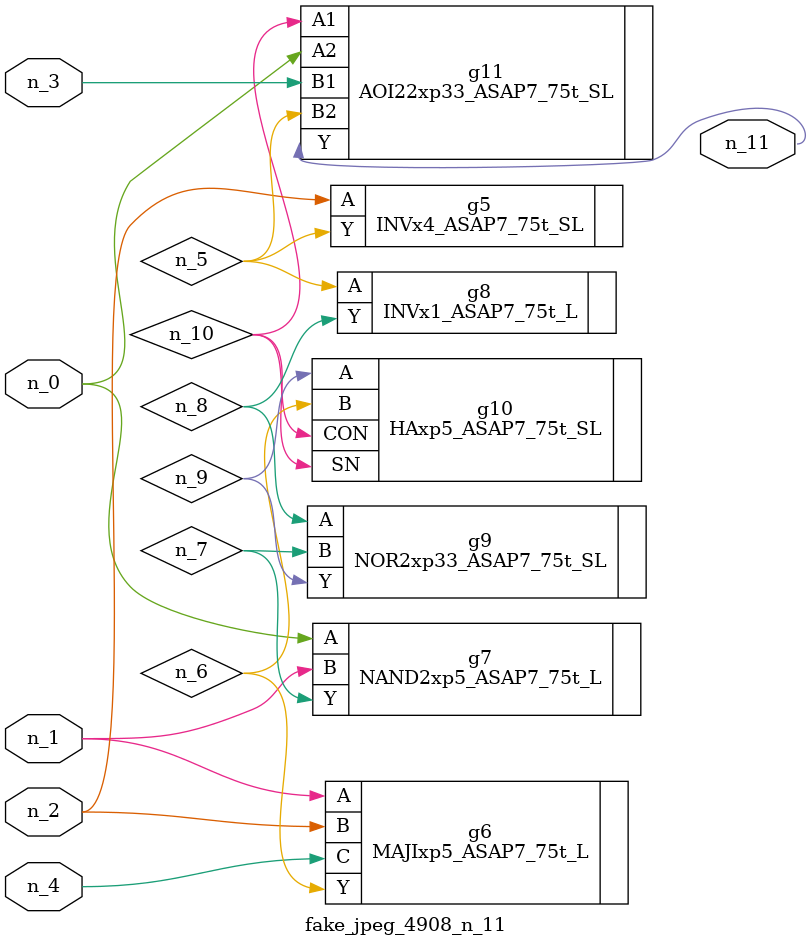
<source format=v>
module fake_jpeg_4908_n_11 (n_3, n_2, n_1, n_0, n_4, n_11);

input n_3;
input n_2;
input n_1;
input n_0;
input n_4;

output n_11;

wire n_10;
wire n_8;
wire n_9;
wire n_6;
wire n_5;
wire n_7;

INVx4_ASAP7_75t_SL g5 ( 
.A(n_2),
.Y(n_5)
);

MAJIxp5_ASAP7_75t_L g6 ( 
.A(n_1),
.B(n_2),
.C(n_4),
.Y(n_6)
);

NAND2xp5_ASAP7_75t_L g7 ( 
.A(n_0),
.B(n_1),
.Y(n_7)
);

INVx1_ASAP7_75t_L g8 ( 
.A(n_5),
.Y(n_8)
);

NOR2xp33_ASAP7_75t_SL g9 ( 
.A(n_8),
.B(n_7),
.Y(n_9)
);

HAxp5_ASAP7_75t_SL g10 ( 
.A(n_9),
.B(n_6),
.CON(n_10),
.SN(n_10)
);

AOI22xp33_ASAP7_75t_SL g11 ( 
.A1(n_10),
.A2(n_0),
.B1(n_3),
.B2(n_5),
.Y(n_11)
);


endmodule
</source>
